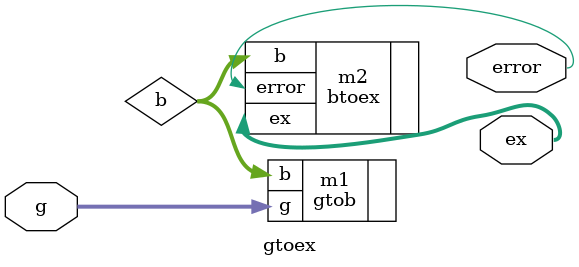
<source format=v>
`timescale 1ns / 1ps


module gtoex(
    input [3:0]g,
    output [3:0]ex, output error
    );
    wire [3:0]b;
    gtob m1 (.g(g), .b(b));
    btoex m2 (.b(b), .ex(ex), .error(error));
    
endmodule

</source>
